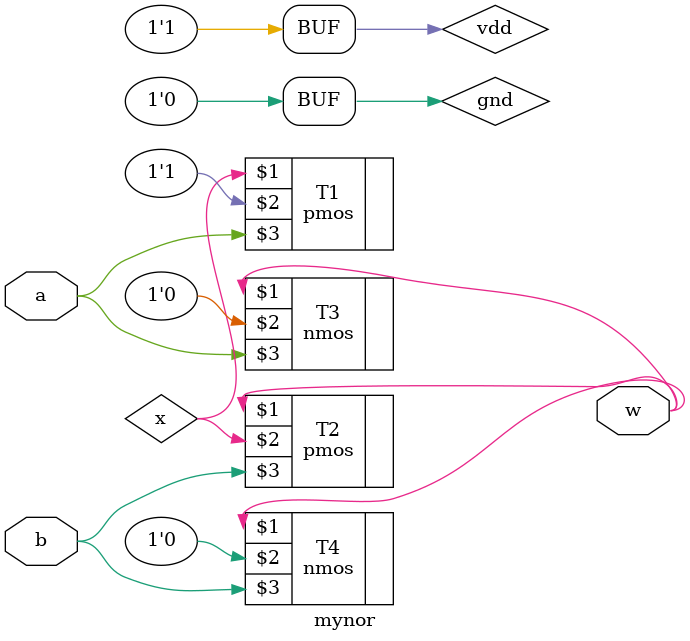
<source format=sv>
`timescale 1ns / 1ns 
module mynor (input a,b, output w);
wire x;
supply1 vdd;
supply0 gnd;
pmos #(5,6,7) T1(x,vdd,a);
pmos #(5,6,7) T2(w,x,b);
nmos #(3,4,5) T3(w,gnd,a);
nmos #(3,4,5) T4(w,gnd,b);
endmodule

</source>
